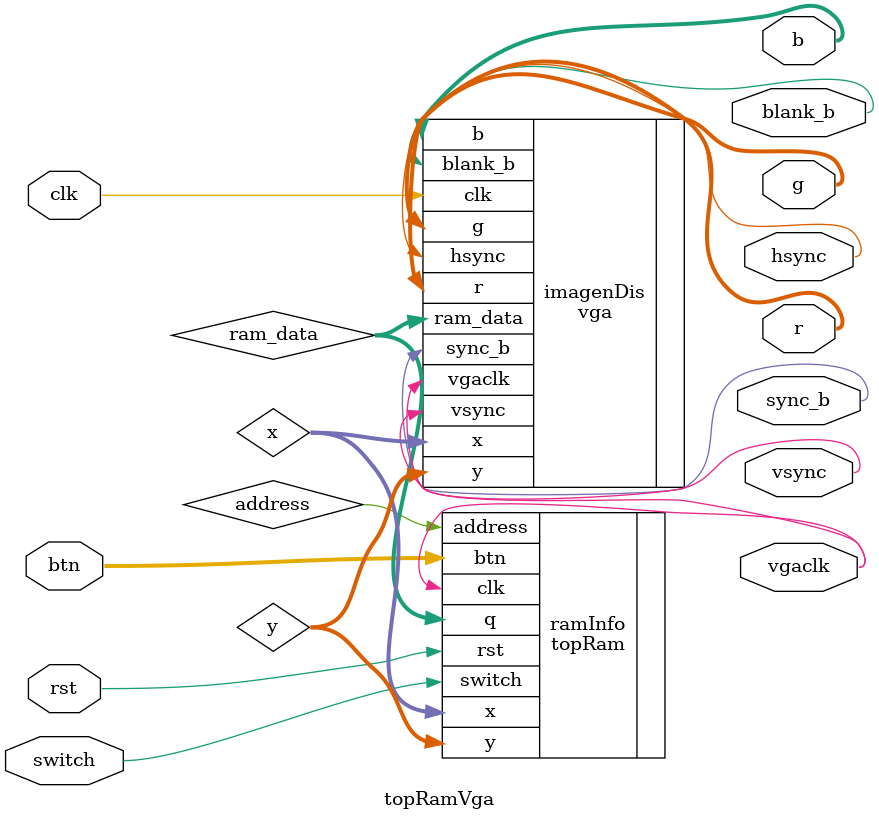
<source format=sv>
module topRamVga (	
    input logic clk, rst, switch,
    input logic [2:0] btn,
    output logic vgaclk,
    output logic hsync, vsync,
    output logic sync_b, blank_b,
    output logic [7:0] r, g, b
);
    logic [7:0] ram_data;
	 logic [9:0] x, y;

    vga imagenDis(
        .clk(clk),
        .ram_data(ram_data),
        .vgaclk(vgaclk),
        .hsync(hsync),
        .vsync(vsync),
        .sync_b(sync_b),
        .blank_b(blank_b),
        .r(r),
        .g(g),
        .b(b),
		  .x(x),
		  .y(y)
    );

    topRam ramInfo (
        .clk(vgaclk),
        .rst(rst),
        .switch(switch),
        .btn(btn),
		  .x(x),
		  .y(y),
        .q(ram_data),
        .address(address)
    );
endmodule

</source>
